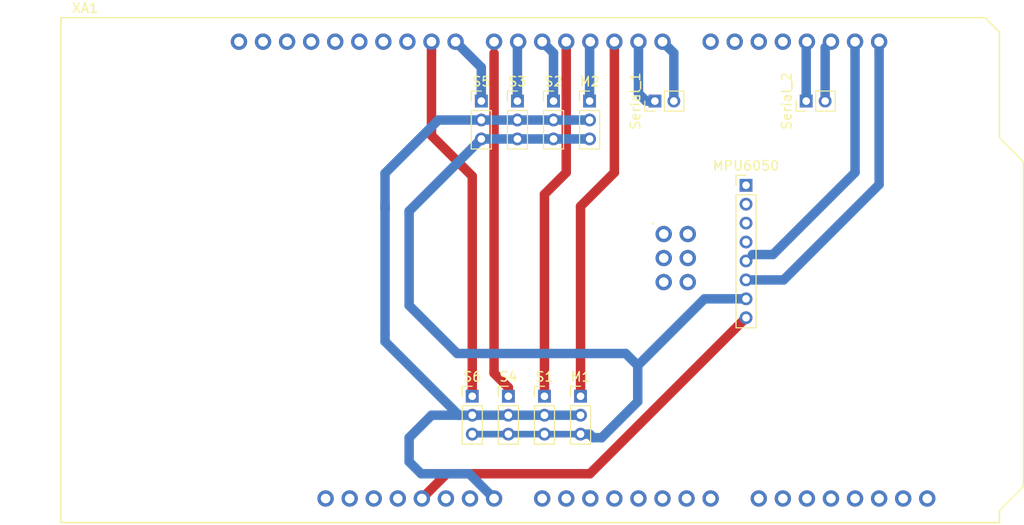
<source format=kicad_pcb>
(kicad_pcb (version 20171130) (host pcbnew "(5.0.0)")

  (general
    (thickness 1.6)
    (drawings 0)
    (tracks 79)
    (zones 0)
    (modules 12)
    (nets 60)
  )

  (page A4)
  (layers
    (0 F.Cu signal)
    (31 B.Cu signal)
    (32 B.Adhes user)
    (33 F.Adhes user)
    (34 B.Paste user)
    (35 F.Paste user)
    (36 B.SilkS user)
    (37 F.SilkS user)
    (38 B.Mask user)
    (39 F.Mask user)
    (40 Dwgs.User user)
    (41 Cmts.User user)
    (42 Eco1.User user)
    (43 Eco2.User user)
    (44 Edge.Cuts user)
    (45 Margin user)
    (46 B.CrtYd user)
    (47 F.CrtYd user)
    (48 B.Fab user)
    (49 F.Fab user)
  )

  (setup
    (last_trace_width 0.25)
    (trace_clearance 0.2)
    (zone_clearance 0.508)
    (zone_45_only no)
    (trace_min 0.2)
    (segment_width 0.2)
    (edge_width 0.15)
    (via_size 0.8)
    (via_drill 0.4)
    (via_min_size 0.4)
    (via_min_drill 0.3)
    (uvia_size 0.3)
    (uvia_drill 0.1)
    (uvias_allowed no)
    (uvia_min_size 0.2)
    (uvia_min_drill 0.1)
    (pcb_text_width 0.3)
    (pcb_text_size 1.5 1.5)
    (mod_edge_width 0.15)
    (mod_text_size 1 1)
    (mod_text_width 0.15)
    (pad_size 1.524 1.524)
    (pad_drill 0.762)
    (pad_to_mask_clearance 0.2)
    (aux_axis_origin 0 0)
    (visible_elements 7FFFFFFF)
    (pcbplotparams
      (layerselection 0x010fc_ffffffff)
      (usegerberextensions false)
      (usegerberattributes false)
      (usegerberadvancedattributes false)
      (creategerberjobfile false)
      (excludeedgelayer true)
      (linewidth 0.100000)
      (plotframeref false)
      (viasonmask false)
      (mode 1)
      (useauxorigin false)
      (hpglpennumber 1)
      (hpglpenspeed 20)
      (hpglpendiameter 15.000000)
      (psnegative false)
      (psa4output false)
      (plotreference true)
      (plotvalue true)
      (plotinvisibletext false)
      (padsonsilk false)
      (subtractmaskfromsilk false)
      (outputformat 1)
      (mirror false)
      (drillshape 1)
      (scaleselection 1)
      (outputdirectory ""))
  )

  (net 0 "")
  (net 1 "Net-(M1-Pad1)")
  (net 2 "Net-(M1-Pad2)")
  (net 3 GND)
  (net 4 "Net-(M2-Pad1)")
  (net 5 "Net-(MPU6050-Pad1)")
  (net 6 "Net-(MPU6050-Pad2)")
  (net 7 "Net-(MPU6050-Pad3)")
  (net 8 "Net-(MPU6050-Pad4)")
  (net 9 "Net-(MPU6050-Pad5)")
  (net 10 "Net-(MPU6050-Pad6)")
  (net 11 "Net-(MPU6050-Pad8)")
  (net 12 "Net-(S1-Pad1)")
  (net 13 "Net-(S2-Pad1)")
  (net 14 "Net-(S3-Pad1)")
  (net 15 "Net-(S4-Pad1)")
  (net 16 "Net-(S5-Pad1)")
  (net 17 "Net-(S6-Pad1)")
  (net 18 "Net-(Serial_1-Pad1)")
  (net 19 "Net-(Serial_1-Pad2)")
  (net 20 "Net-(Serial_2-Pad2)")
  (net 21 "Net-(Serial_2-Pad1)")
  (net 22 "Net-(XA1-PadRST2)")
  (net 23 "Net-(XA1-PadGND4)")
  (net 24 "Net-(XA1-PadMOSI)")
  (net 25 "Net-(XA1-PadSCK)")
  (net 26 "Net-(XA1-Pad5V2)")
  (net 27 "Net-(XA1-PadA0)")
  (net 28 "Net-(XA1-PadGND3)")
  (net 29 "Net-(XA1-PadGND2)")
  (net 30 "Net-(XA1-Pad3V3)")
  (net 31 "Net-(XA1-PadRST1)")
  (net 32 "Net-(XA1-PadIORF)")
  (net 33 "Net-(XA1-PadD17)")
  (net 34 "Net-(XA1-PadD16)")
  (net 35 "Net-(XA1-PadD15)")
  (net 36 "Net-(XA1-PadD14)")
  (net 37 "Net-(XA1-PadD10)")
  (net 38 "Net-(XA1-PadAREF)")
  (net 39 "Net-(XA1-PadD13)")
  (net 40 "Net-(XA1-PadD12)")
  (net 41 "Net-(XA1-PadD11)")
  (net 42 "Net-(XA1-PadA1)")
  (net 43 "Net-(XA1-PadA2)")
  (net 44 "Net-(XA1-PadA3)")
  (net 45 "Net-(XA1-PadA4)")
  (net 46 "Net-(XA1-PadA5)")
  (net 47 "Net-(XA1-PadA6)")
  (net 48 "Net-(XA1-PadA7)")
  (net 49 "Net-(XA1-PadA8)")
  (net 50 "Net-(XA1-PadA9)")
  (net 51 "Net-(XA1-PadA10)")
  (net 52 "Net-(XA1-PadA11)")
  (net 53 "Net-(XA1-PadA12)")
  (net 54 "Net-(XA1-PadA13)")
  (net 55 "Net-(XA1-PadA14)")
  (net 56 "Net-(XA1-PadA15)")
  (net 57 "Net-(XA1-PadMISO)")
  (net 58 "Net-(XA1-PadSCL)")
  (net 59 "Net-(XA1-PadSDA)")

  (net_class Default "This is the default net class."
    (clearance 0.2)
    (trace_width 0.25)
    (via_dia 0.8)
    (via_drill 0.4)
    (uvia_dia 0.3)
    (uvia_drill 0.1)
    (add_net GND)
    (add_net "Net-(M1-Pad1)")
    (add_net "Net-(M1-Pad2)")
    (add_net "Net-(M2-Pad1)")
    (add_net "Net-(MPU6050-Pad1)")
    (add_net "Net-(MPU6050-Pad2)")
    (add_net "Net-(MPU6050-Pad3)")
    (add_net "Net-(MPU6050-Pad4)")
    (add_net "Net-(MPU6050-Pad5)")
    (add_net "Net-(MPU6050-Pad6)")
    (add_net "Net-(MPU6050-Pad8)")
    (add_net "Net-(S1-Pad1)")
    (add_net "Net-(S2-Pad1)")
    (add_net "Net-(S3-Pad1)")
    (add_net "Net-(S4-Pad1)")
    (add_net "Net-(S5-Pad1)")
    (add_net "Net-(S6-Pad1)")
    (add_net "Net-(Serial_1-Pad1)")
    (add_net "Net-(Serial_1-Pad2)")
    (add_net "Net-(Serial_2-Pad1)")
    (add_net "Net-(Serial_2-Pad2)")
    (add_net "Net-(XA1-Pad3V3)")
    (add_net "Net-(XA1-Pad5V2)")
    (add_net "Net-(XA1-PadA0)")
    (add_net "Net-(XA1-PadA1)")
    (add_net "Net-(XA1-PadA10)")
    (add_net "Net-(XA1-PadA11)")
    (add_net "Net-(XA1-PadA12)")
    (add_net "Net-(XA1-PadA13)")
    (add_net "Net-(XA1-PadA14)")
    (add_net "Net-(XA1-PadA15)")
    (add_net "Net-(XA1-PadA2)")
    (add_net "Net-(XA1-PadA3)")
    (add_net "Net-(XA1-PadA4)")
    (add_net "Net-(XA1-PadA5)")
    (add_net "Net-(XA1-PadA6)")
    (add_net "Net-(XA1-PadA7)")
    (add_net "Net-(XA1-PadA8)")
    (add_net "Net-(XA1-PadA9)")
    (add_net "Net-(XA1-PadAREF)")
    (add_net "Net-(XA1-PadD10)")
    (add_net "Net-(XA1-PadD11)")
    (add_net "Net-(XA1-PadD12)")
    (add_net "Net-(XA1-PadD13)")
    (add_net "Net-(XA1-PadD14)")
    (add_net "Net-(XA1-PadD15)")
    (add_net "Net-(XA1-PadD16)")
    (add_net "Net-(XA1-PadD17)")
    (add_net "Net-(XA1-PadGND2)")
    (add_net "Net-(XA1-PadGND3)")
    (add_net "Net-(XA1-PadGND4)")
    (add_net "Net-(XA1-PadIORF)")
    (add_net "Net-(XA1-PadMISO)")
    (add_net "Net-(XA1-PadMOSI)")
    (add_net "Net-(XA1-PadRST1)")
    (add_net "Net-(XA1-PadRST2)")
    (add_net "Net-(XA1-PadSCK)")
    (add_net "Net-(XA1-PadSCL)")
    (add_net "Net-(XA1-PadSDA)")
  )

  (module Connector_PinHeader_2.00mm:PinHeader_1x08_P2.00mm_Vertical (layer F.Cu) (tedit 59FED667) (tstamp 5BC23A79)
    (at 208.28 44.45)
    (descr "Through hole straight pin header, 1x08, 2.00mm pitch, single row")
    (tags "Through hole pin header THT 1x08 2.00mm single row")
    (path /5B9FF5A8)
    (fp_text reference MPU6050 (at 0 -2.06) (layer F.SilkS)
      (effects (font (size 1 1) (thickness 0.15)))
    )
    (fp_text value Conn_01x08 (at 0 16.06) (layer F.Fab)
      (effects (font (size 1 1) (thickness 0.15)))
    )
    (fp_line (start -0.5 -1) (end 1 -1) (layer F.Fab) (width 0.1))
    (fp_line (start 1 -1) (end 1 15) (layer F.Fab) (width 0.1))
    (fp_line (start 1 15) (end -1 15) (layer F.Fab) (width 0.1))
    (fp_line (start -1 15) (end -1 -0.5) (layer F.Fab) (width 0.1))
    (fp_line (start -1 -0.5) (end -0.5 -1) (layer F.Fab) (width 0.1))
    (fp_line (start -1.06 15.06) (end 1.06 15.06) (layer F.SilkS) (width 0.12))
    (fp_line (start -1.06 1) (end -1.06 15.06) (layer F.SilkS) (width 0.12))
    (fp_line (start 1.06 1) (end 1.06 15.06) (layer F.SilkS) (width 0.12))
    (fp_line (start -1.06 1) (end 1.06 1) (layer F.SilkS) (width 0.12))
    (fp_line (start -1.06 0) (end -1.06 -1.06) (layer F.SilkS) (width 0.12))
    (fp_line (start -1.06 -1.06) (end 0 -1.06) (layer F.SilkS) (width 0.12))
    (fp_line (start -1.5 -1.5) (end -1.5 15.5) (layer F.CrtYd) (width 0.05))
    (fp_line (start -1.5 15.5) (end 1.5 15.5) (layer F.CrtYd) (width 0.05))
    (fp_line (start 1.5 15.5) (end 1.5 -1.5) (layer F.CrtYd) (width 0.05))
    (fp_line (start 1.5 -1.5) (end -1.5 -1.5) (layer F.CrtYd) (width 0.05))
    (fp_text user %R (at 0 7 90) (layer F.Fab)
      (effects (font (size 1 1) (thickness 0.15)))
    )
    (pad 1 thru_hole rect (at 0 0) (size 1.35 1.35) (drill 0.8) (layers *.Cu *.Mask)
      (net 5 "Net-(MPU6050-Pad1)"))
    (pad 2 thru_hole oval (at 0 2) (size 1.35 1.35) (drill 0.8) (layers *.Cu *.Mask)
      (net 6 "Net-(MPU6050-Pad2)"))
    (pad 3 thru_hole oval (at 0 4) (size 1.35 1.35) (drill 0.8) (layers *.Cu *.Mask)
      (net 7 "Net-(MPU6050-Pad3)"))
    (pad 4 thru_hole oval (at 0 6) (size 1.35 1.35) (drill 0.8) (layers *.Cu *.Mask)
      (net 8 "Net-(MPU6050-Pad4)"))
    (pad 5 thru_hole oval (at 0 8) (size 1.35 1.35) (drill 0.8) (layers *.Cu *.Mask)
      (net 9 "Net-(MPU6050-Pad5)"))
    (pad 6 thru_hole oval (at 0 10) (size 1.35 1.35) (drill 0.8) (layers *.Cu *.Mask)
      (net 10 "Net-(MPU6050-Pad6)"))
    (pad 7 thru_hole oval (at 0 12) (size 1.35 1.35) (drill 0.8) (layers *.Cu *.Mask)
      (net 3 GND))
    (pad 8 thru_hole oval (at 0 14) (size 1.35 1.35) (drill 0.8) (layers *.Cu *.Mask)
      (net 11 "Net-(MPU6050-Pad8)"))
    (model ${KISYS3DMOD}/Connector_PinHeader_2.00mm.3dshapes/PinHeader_1x08_P2.00mm_Vertical.wrl
      (at (xyz 0 0 0))
      (scale (xyz 1 1 1))
      (rotate (xyz 0 0 0))
    )
  )

  (module Arduino:Arduino_Mega2560_Shield (layer F.Cu) (tedit 5B9EC7CE) (tstamp 5BC23B86)
    (at 135.965001 80.085001)
    (descr https://store.arduino.cc/arduino-mega-2560-rev3)
    (path /5B9EB8B8)
    (fp_text reference XA1 (at 2.54 -54.356) (layer F.SilkS)
      (effects (font (size 1 1) (thickness 0.15)))
    )
    (fp_text value Arduino_Mega2560_Shield (at 15.494 -54.356) (layer F.Fab)
      (effects (font (size 1 1) (thickness 0.15)))
    )
    (fp_line (start 9.525 -32.385) (end -6.35 -32.385) (layer B.CrtYd) (width 0.15))
    (fp_line (start 9.525 -43.815) (end -6.35 -43.815) (layer B.CrtYd) (width 0.15))
    (fp_line (start 9.525 -43.815) (end 9.525 -32.385) (layer B.CrtYd) (width 0.15))
    (fp_line (start -6.35 -43.815) (end -6.35 -32.385) (layer B.CrtYd) (width 0.15))
    (fp_text user . (at 62.484 -32.004) (layer F.SilkS)
      (effects (font (size 1 1) (thickness 0.15)))
    )
    (fp_line (start 11.43 -12.065) (end 11.43 -3.175) (layer B.CrtYd) (width 0.15))
    (fp_line (start -1.905 -3.175) (end 11.43 -3.175) (layer B.CrtYd) (width 0.15))
    (fp_line (start -1.905 -12.065) (end -1.905 -3.175) (layer B.CrtYd) (width 0.15))
    (fp_line (start -1.905 -12.065) (end 11.43 -12.065) (layer B.CrtYd) (width 0.15))
    (fp_line (start 0 -53.34) (end 0 0) (layer F.SilkS) (width 0.15))
    (fp_line (start 99.06 -40.64) (end 99.06 -51.816) (layer F.SilkS) (width 0.15))
    (fp_line (start 101.6 -38.1) (end 99.06 -40.64) (layer F.SilkS) (width 0.15))
    (fp_line (start 101.6 -3.81) (end 101.6 -38.1) (layer F.SilkS) (width 0.15))
    (fp_line (start 99.06 -1.27) (end 101.6 -3.81) (layer F.SilkS) (width 0.15))
    (fp_line (start 99.06 0) (end 99.06 -1.27) (layer F.SilkS) (width 0.15))
    (fp_line (start 97.536 -53.34) (end 99.06 -51.816) (layer F.SilkS) (width 0.15))
    (fp_line (start 0 0) (end 99.06 0) (layer F.SilkS) (width 0.15))
    (fp_line (start 0 -53.34) (end 97.536 -53.34) (layer F.SilkS) (width 0.15))
    (pad RST2 thru_hole oval (at 63.627 -25.4) (size 1.7272 1.7272) (drill 1.016) (layers *.Cu *.Mask)
      (net 22 "Net-(XA1-PadRST2)"))
    (pad GND4 thru_hole oval (at 66.167 -25.4) (size 1.7272 1.7272) (drill 1.016) (layers *.Cu *.Mask)
      (net 23 "Net-(XA1-PadGND4)"))
    (pad MOSI thru_hole oval (at 66.167 -27.94) (size 1.7272 1.7272) (drill 1.016) (layers *.Cu *.Mask)
      (net 24 "Net-(XA1-PadMOSI)"))
    (pad SCK thru_hole oval (at 63.627 -27.94) (size 1.7272 1.7272) (drill 1.016) (layers *.Cu *.Mask)
      (net 25 "Net-(XA1-PadSCK)"))
    (pad 5V2 thru_hole oval (at 66.167 -30.48) (size 1.7272 1.7272) (drill 1.016) (layers *.Cu *.Mask)
      (net 26 "Net-(XA1-Pad5V2)"))
    (pad A0 thru_hole oval (at 50.8 -2.54) (size 1.7272 1.7272) (drill 1.016) (layers *.Cu *.Mask)
      (net 27 "Net-(XA1-PadA0)"))
    (pad VIN thru_hole oval (at 45.72 -2.54) (size 1.7272 1.7272) (drill 1.016) (layers *.Cu *.Mask)
      (net 2 "Net-(M1-Pad2)"))
    (pad GND3 thru_hole oval (at 43.18 -2.54) (size 1.7272 1.7272) (drill 1.016) (layers *.Cu *.Mask)
      (net 28 "Net-(XA1-PadGND3)"))
    (pad GND2 thru_hole oval (at 40.64 -2.54) (size 1.7272 1.7272) (drill 1.016) (layers *.Cu *.Mask)
      (net 29 "Net-(XA1-PadGND2)"))
    (pad 5V1 thru_hole oval (at 38.1 -2.54) (size 1.7272 1.7272) (drill 1.016) (layers *.Cu *.Mask)
      (net 11 "Net-(MPU6050-Pad8)"))
    (pad 3V3 thru_hole oval (at 35.56 -2.54) (size 1.7272 1.7272) (drill 1.016) (layers *.Cu *.Mask)
      (net 30 "Net-(XA1-Pad3V3)"))
    (pad RST1 thru_hole oval (at 33.02 -2.54) (size 1.7272 1.7272) (drill 1.016) (layers *.Cu *.Mask)
      (net 31 "Net-(XA1-PadRST1)"))
    (pad IORF thru_hole oval (at 30.48 -2.54) (size 1.7272 1.7272) (drill 1.016) (layers *.Cu *.Mask)
      (net 32 "Net-(XA1-PadIORF)"))
    (pad D21 thru_hole oval (at 86.36 -50.8) (size 1.7272 1.7272) (drill 1.016) (layers *.Cu *.Mask)
      (net 10 "Net-(MPU6050-Pad6)"))
    (pad D20 thru_hole oval (at 83.82 -50.8) (size 1.7272 1.7272) (drill 1.016) (layers *.Cu *.Mask)
      (net 9 "Net-(MPU6050-Pad5)"))
    (pad D19 thru_hole oval (at 81.28 -50.8) (size 1.7272 1.7272) (drill 1.016) (layers *.Cu *.Mask)
      (net 20 "Net-(Serial_2-Pad2)"))
    (pad D18 thru_hole oval (at 78.74 -50.8) (size 1.7272 1.7272) (drill 1.016) (layers *.Cu *.Mask)
      (net 21 "Net-(Serial_2-Pad1)"))
    (pad D17 thru_hole oval (at 76.2 -50.8) (size 1.7272 1.7272) (drill 1.016) (layers *.Cu *.Mask)
      (net 33 "Net-(XA1-PadD17)"))
    (pad D16 thru_hole oval (at 73.66 -50.8) (size 1.7272 1.7272) (drill 1.016) (layers *.Cu *.Mask)
      (net 34 "Net-(XA1-PadD16)"))
    (pad D15 thru_hole oval (at 71.12 -50.8) (size 1.7272 1.7272) (drill 1.016) (layers *.Cu *.Mask)
      (net 35 "Net-(XA1-PadD15)"))
    (pad D14 thru_hole oval (at 68.58 -50.8) (size 1.7272 1.7272) (drill 1.016) (layers *.Cu *.Mask)
      (net 36 "Net-(XA1-PadD14)"))
    (pad D0 thru_hole oval (at 63.5 -50.8) (size 1.7272 1.7272) (drill 1.016) (layers *.Cu *.Mask)
      (net 19 "Net-(Serial_1-Pad2)"))
    (pad D1 thru_hole oval (at 60.96 -50.8) (size 1.7272 1.7272) (drill 1.016) (layers *.Cu *.Mask)
      (net 18 "Net-(Serial_1-Pad1)"))
    (pad D2 thru_hole oval (at 58.42 -50.8) (size 1.7272 1.7272) (drill 1.016) (layers *.Cu *.Mask)
      (net 1 "Net-(M1-Pad1)"))
    (pad D3 thru_hole oval (at 55.88 -50.8) (size 1.7272 1.7272) (drill 1.016) (layers *.Cu *.Mask)
      (net 4 "Net-(M2-Pad1)"))
    (pad D4 thru_hole oval (at 53.34 -50.8) (size 1.7272 1.7272) (drill 1.016) (layers *.Cu *.Mask)
      (net 12 "Net-(S1-Pad1)"))
    (pad D5 thru_hole oval (at 50.8 -50.8) (size 1.7272 1.7272) (drill 1.016) (layers *.Cu *.Mask)
      (net 13 "Net-(S2-Pad1)"))
    (pad D6 thru_hole oval (at 48.26 -50.8) (size 1.7272 1.7272) (drill 1.016) (layers *.Cu *.Mask)
      (net 14 "Net-(S3-Pad1)"))
    (pad D7 thru_hole oval (at 45.72 -50.8) (size 1.7272 1.7272) (drill 1.016) (layers *.Cu *.Mask)
      (net 15 "Net-(S4-Pad1)"))
    (pad GND1 thru_hole oval (at 26.416 -50.8) (size 1.7272 1.7272) (drill 1.016) (layers *.Cu *.Mask)
      (net 3 GND))
    (pad D8 thru_hole oval (at 41.656 -50.8) (size 1.7272 1.7272) (drill 1.016) (layers *.Cu *.Mask)
      (net 16 "Net-(S5-Pad1)"))
    (pad D9 thru_hole oval (at 39.116 -50.8) (size 1.7272 1.7272) (drill 1.016) (layers *.Cu *.Mask)
      (net 17 "Net-(S6-Pad1)"))
    (pad D10 thru_hole oval (at 36.576 -50.8) (size 1.7272 1.7272) (drill 1.016) (layers *.Cu *.Mask)
      (net 37 "Net-(XA1-PadD10)"))
    (pad "" np_thru_hole circle (at 66.04 -7.62) (size 3.2 3.2) (drill 3.2) (layers *.Cu *.Mask))
    (pad "" np_thru_hole circle (at 66.04 -35.56) (size 3.2 3.2) (drill 3.2) (layers *.Cu *.Mask))
    (pad "" np_thru_hole circle (at 90.17 -50.8) (size 3.2 3.2) (drill 3.2) (layers *.Cu *.Mask))
    (pad "" np_thru_hole circle (at 15.24 -50.8) (size 3.2 3.2) (drill 3.2) (layers *.Cu *.Mask))
    (pad "" np_thru_hole circle (at 96.52 -2.54) (size 3.2 3.2) (drill 3.2) (layers *.Cu *.Mask))
    (pad "" np_thru_hole circle (at 13.97 -2.54) (size 3.2 3.2) (drill 3.2) (layers *.Cu *.Mask))
    (pad SCL thru_hole oval (at 18.796 -50.8) (size 1.7272 1.7272) (drill 1.016) (layers *.Cu *.Mask)
      (net 58 "Net-(XA1-PadSCL)"))
    (pad SDA thru_hole oval (at 21.336 -50.8) (size 1.7272 1.7272) (drill 1.016) (layers *.Cu *.Mask)
      (net 59 "Net-(XA1-PadSDA)"))
    (pad AREF thru_hole oval (at 23.876 -50.8) (size 1.7272 1.7272) (drill 1.016) (layers *.Cu *.Mask)
      (net 38 "Net-(XA1-PadAREF)"))
    (pad D13 thru_hole oval (at 28.956 -50.8) (size 1.7272 1.7272) (drill 1.016) (layers *.Cu *.Mask)
      (net 39 "Net-(XA1-PadD13)"))
    (pad D12 thru_hole oval (at 31.496 -50.8) (size 1.7272 1.7272) (drill 1.016) (layers *.Cu *.Mask)
      (net 40 "Net-(XA1-PadD12)"))
    (pad D11 thru_hole oval (at 34.036 -50.8) (size 1.7272 1.7272) (drill 1.016) (layers *.Cu *.Mask)
      (net 41 "Net-(XA1-PadD11)"))
    (pad "" thru_hole oval (at 27.94 -2.54) (size 1.7272 1.7272) (drill 1.016) (layers *.Cu *.Mask))
    (pad A1 thru_hole oval (at 53.34 -2.54) (size 1.7272 1.7272) (drill 1.016) (layers *.Cu *.Mask)
      (net 42 "Net-(XA1-PadA1)"))
    (pad A2 thru_hole oval (at 55.88 -2.54) (size 1.7272 1.7272) (drill 1.016) (layers *.Cu *.Mask)
      (net 43 "Net-(XA1-PadA2)"))
    (pad A3 thru_hole oval (at 58.42 -2.54) (size 1.7272 1.7272) (drill 1.016) (layers *.Cu *.Mask)
      (net 44 "Net-(XA1-PadA3)"))
    (pad A4 thru_hole oval (at 60.96 -2.54) (size 1.7272 1.7272) (drill 1.016) (layers *.Cu *.Mask)
      (net 45 "Net-(XA1-PadA4)"))
    (pad A5 thru_hole oval (at 63.5 -2.54) (size 1.7272 1.7272) (drill 1.016) (layers *.Cu *.Mask)
      (net 46 "Net-(XA1-PadA5)"))
    (pad A6 thru_hole oval (at 66.04 -2.54) (size 1.7272 1.7272) (drill 1.016) (layers *.Cu *.Mask)
      (net 47 "Net-(XA1-PadA6)"))
    (pad A7 thru_hole oval (at 68.58 -2.54) (size 1.7272 1.7272) (drill 1.016) (layers *.Cu *.Mask)
      (net 48 "Net-(XA1-PadA7)"))
    (pad A8 thru_hole oval (at 73.66 -2.54) (size 1.7272 1.7272) (drill 1.016) (layers *.Cu *.Mask)
      (net 49 "Net-(XA1-PadA8)"))
    (pad A9 thru_hole oval (at 76.2 -2.54) (size 1.7272 1.7272) (drill 1.016) (layers *.Cu *.Mask)
      (net 50 "Net-(XA1-PadA9)"))
    (pad A10 thru_hole oval (at 78.74 -2.54) (size 1.7272 1.7272) (drill 1.016) (layers *.Cu *.Mask)
      (net 51 "Net-(XA1-PadA10)"))
    (pad A11 thru_hole oval (at 81.28 -2.54) (size 1.7272 1.7272) (drill 1.016) (layers *.Cu *.Mask)
      (net 52 "Net-(XA1-PadA11)"))
    (pad A12 thru_hole oval (at 83.82 -2.54) (size 1.7272 1.7272) (drill 1.016) (layers *.Cu *.Mask)
      (net 53 "Net-(XA1-PadA12)"))
    (pad A13 thru_hole oval (at 86.36 -2.54) (size 1.7272 1.7272) (drill 1.016) (layers *.Cu *.Mask)
      (net 54 "Net-(XA1-PadA13)"))
    (pad A14 thru_hole oval (at 88.9 -2.54) (size 1.7272 1.7272) (drill 1.016) (layers *.Cu *.Mask)
      (net 55 "Net-(XA1-PadA14)"))
    (pad A15 thru_hole oval (at 91.44 -2.54) (size 1.7272 1.7272) (drill 1.016) (layers *.Cu *.Mask)
      (net 56 "Net-(XA1-PadA15)"))
    (pad MISO thru_hole oval (at 63.627 -30.48) (size 1.7272 1.7272) (drill 1.016) (layers *.Cu *.Mask)
      (net 57 "Net-(XA1-PadMISO)"))
  )

  (module Connector_PinHeader_2.00mm:PinHeader_1x03_P2.00mm_Vertical (layer F.Cu) (tedit 59FED667) (tstamp 5BC23AC5)
    (at 190.814442 66.74438)
    (descr "Through hole straight pin header, 1x03, 2.00mm pitch, single row")
    (tags "Through hole pin header THT 1x03 2.00mm single row")
    (path /5B9EE836)
    (fp_text reference M1 (at 0 -2.06) (layer F.SilkS)
      (effects (font (size 1 1) (thickness 0.15)))
    )
    (fp_text value Conn_01x03 (at 0 6.06) (layer F.Fab)
      (effects (font (size 1 1) (thickness 0.15)))
    )
    (fp_line (start -0.5 -1) (end 1 -1) (layer F.Fab) (width 0.1))
    (fp_line (start 1 -1) (end 1 5) (layer F.Fab) (width 0.1))
    (fp_line (start 1 5) (end -1 5) (layer F.Fab) (width 0.1))
    (fp_line (start -1 5) (end -1 -0.5) (layer F.Fab) (width 0.1))
    (fp_line (start -1 -0.5) (end -0.5 -1) (layer F.Fab) (width 0.1))
    (fp_line (start -1.06 5.06) (end 1.06 5.06) (layer F.SilkS) (width 0.12))
    (fp_line (start -1.06 1) (end -1.06 5.06) (layer F.SilkS) (width 0.12))
    (fp_line (start 1.06 1) (end 1.06 5.06) (layer F.SilkS) (width 0.12))
    (fp_line (start -1.06 1) (end 1.06 1) (layer F.SilkS) (width 0.12))
    (fp_line (start -1.06 0) (end -1.06 -1.06) (layer F.SilkS) (width 0.12))
    (fp_line (start -1.06 -1.06) (end 0 -1.06) (layer F.SilkS) (width 0.12))
    (fp_line (start -1.5 -1.5) (end -1.5 5.5) (layer F.CrtYd) (width 0.05))
    (fp_line (start -1.5 5.5) (end 1.5 5.5) (layer F.CrtYd) (width 0.05))
    (fp_line (start 1.5 5.5) (end 1.5 -1.5) (layer F.CrtYd) (width 0.05))
    (fp_line (start 1.5 -1.5) (end -1.5 -1.5) (layer F.CrtYd) (width 0.05))
    (fp_text user %R (at 0 2 90) (layer F.Fab)
      (effects (font (size 1 1) (thickness 0.15)))
    )
    (pad 1 thru_hole rect (at 0 0) (size 1.35 1.35) (drill 0.8) (layers *.Cu *.Mask)
      (net 1 "Net-(M1-Pad1)"))
    (pad 2 thru_hole oval (at 0 2) (size 1.35 1.35) (drill 0.8) (layers *.Cu *.Mask)
      (net 2 "Net-(M1-Pad2)"))
    (pad 3 thru_hole oval (at 0 4) (size 1.35 1.35) (drill 0.8) (layers *.Cu *.Mask)
      (net 3 GND))
    (model ${KISYS3DMOD}/Connector_PinHeader_2.00mm.3dshapes/PinHeader_1x03_P2.00mm_Vertical.wrl
      (at (xyz 0 0 0))
      (scale (xyz 1 1 1))
      (rotate (xyz 0 0 0))
    )
  )

  (module Connector_PinHeader_2.00mm:PinHeader_1x03_P2.00mm_Vertical (layer F.Cu) (tedit 59FED667) (tstamp 5BC2396F)
    (at 191.77 35.56)
    (descr "Through hole straight pin header, 1x03, 2.00mm pitch, single row")
    (tags "Through hole pin header THT 1x03 2.00mm single row")
    (path /5B9EE938)
    (fp_text reference M2 (at 0 -2.06) (layer F.SilkS)
      (effects (font (size 1 1) (thickness 0.15)))
    )
    (fp_text value Conn_01x03 (at 0 6.06) (layer F.Fab)
      (effects (font (size 1 1) (thickness 0.15)))
    )
    (fp_text user %R (at 0 2 90) (layer F.Fab)
      (effects (font (size 1 1) (thickness 0.15)))
    )
    (fp_line (start 1.5 -1.5) (end -1.5 -1.5) (layer F.CrtYd) (width 0.05))
    (fp_line (start 1.5 5.5) (end 1.5 -1.5) (layer F.CrtYd) (width 0.05))
    (fp_line (start -1.5 5.5) (end 1.5 5.5) (layer F.CrtYd) (width 0.05))
    (fp_line (start -1.5 -1.5) (end -1.5 5.5) (layer F.CrtYd) (width 0.05))
    (fp_line (start -1.06 -1.06) (end 0 -1.06) (layer F.SilkS) (width 0.12))
    (fp_line (start -1.06 0) (end -1.06 -1.06) (layer F.SilkS) (width 0.12))
    (fp_line (start -1.06 1) (end 1.06 1) (layer F.SilkS) (width 0.12))
    (fp_line (start 1.06 1) (end 1.06 5.06) (layer F.SilkS) (width 0.12))
    (fp_line (start -1.06 1) (end -1.06 5.06) (layer F.SilkS) (width 0.12))
    (fp_line (start -1.06 5.06) (end 1.06 5.06) (layer F.SilkS) (width 0.12))
    (fp_line (start -1 -0.5) (end -0.5 -1) (layer F.Fab) (width 0.1))
    (fp_line (start -1 5) (end -1 -0.5) (layer F.Fab) (width 0.1))
    (fp_line (start 1 5) (end -1 5) (layer F.Fab) (width 0.1))
    (fp_line (start 1 -1) (end 1 5) (layer F.Fab) (width 0.1))
    (fp_line (start -0.5 -1) (end 1 -1) (layer F.Fab) (width 0.1))
    (pad 3 thru_hole oval (at 0 4) (size 1.35 1.35) (drill 0.8) (layers *.Cu *.Mask)
      (net 3 GND))
    (pad 2 thru_hole oval (at 0 2) (size 1.35 1.35) (drill 0.8) (layers *.Cu *.Mask)
      (net 2 "Net-(M1-Pad2)"))
    (pad 1 thru_hole rect (at 0 0) (size 1.35 1.35) (drill 0.8) (layers *.Cu *.Mask)
      (net 4 "Net-(M2-Pad1)"))
    (model ${KISYS3DMOD}/Connector_PinHeader_2.00mm.3dshapes/PinHeader_1x03_P2.00mm_Vertical.wrl
      (at (xyz 0 0 0))
      (scale (xyz 1 1 1))
      (rotate (xyz 0 0 0))
    )
  )

  (module Connector_PinHeader_2.00mm:PinHeader_1x03_P2.00mm_Vertical (layer F.Cu) (tedit 59FED667) (tstamp 5BC238AC)
    (at 187.004442 66.74438)
    (descr "Through hole straight pin header, 1x03, 2.00mm pitch, single row")
    (tags "Through hole pin header THT 1x03 2.00mm single row")
    (path /5B9EE995)
    (fp_text reference S1 (at 0 -2.06) (layer F.SilkS)
      (effects (font (size 1 1) (thickness 0.15)))
    )
    (fp_text value Conn_01x03 (at 0 6.06) (layer F.Fab)
      (effects (font (size 1 1) (thickness 0.15)))
    )
    (fp_line (start -0.5 -1) (end 1 -1) (layer F.Fab) (width 0.1))
    (fp_line (start 1 -1) (end 1 5) (layer F.Fab) (width 0.1))
    (fp_line (start 1 5) (end -1 5) (layer F.Fab) (width 0.1))
    (fp_line (start -1 5) (end -1 -0.5) (layer F.Fab) (width 0.1))
    (fp_line (start -1 -0.5) (end -0.5 -1) (layer F.Fab) (width 0.1))
    (fp_line (start -1.06 5.06) (end 1.06 5.06) (layer F.SilkS) (width 0.12))
    (fp_line (start -1.06 1) (end -1.06 5.06) (layer F.SilkS) (width 0.12))
    (fp_line (start 1.06 1) (end 1.06 5.06) (layer F.SilkS) (width 0.12))
    (fp_line (start -1.06 1) (end 1.06 1) (layer F.SilkS) (width 0.12))
    (fp_line (start -1.06 0) (end -1.06 -1.06) (layer F.SilkS) (width 0.12))
    (fp_line (start -1.06 -1.06) (end 0 -1.06) (layer F.SilkS) (width 0.12))
    (fp_line (start -1.5 -1.5) (end -1.5 5.5) (layer F.CrtYd) (width 0.05))
    (fp_line (start -1.5 5.5) (end 1.5 5.5) (layer F.CrtYd) (width 0.05))
    (fp_line (start 1.5 5.5) (end 1.5 -1.5) (layer F.CrtYd) (width 0.05))
    (fp_line (start 1.5 -1.5) (end -1.5 -1.5) (layer F.CrtYd) (width 0.05))
    (fp_text user %R (at 0 2 90) (layer F.Fab)
      (effects (font (size 1 1) (thickness 0.15)))
    )
    (pad 1 thru_hole rect (at 0 0) (size 1.35 1.35) (drill 0.8) (layers *.Cu *.Mask)
      (net 12 "Net-(S1-Pad1)"))
    (pad 2 thru_hole oval (at 0 2) (size 1.35 1.35) (drill 0.8) (layers *.Cu *.Mask)
      (net 2 "Net-(M1-Pad2)"))
    (pad 3 thru_hole oval (at 0 4) (size 1.35 1.35) (drill 0.8) (layers *.Cu *.Mask)
      (net 3 GND))
    (model ${KISYS3DMOD}/Connector_PinHeader_2.00mm.3dshapes/PinHeader_1x03_P2.00mm_Vertical.wrl
      (at (xyz 0 0 0))
      (scale (xyz 1 1 1))
      (rotate (xyz 0 0 0))
    )
  )

  (module Connector_PinHeader_2.00mm:PinHeader_1x03_P2.00mm_Vertical (layer F.Cu) (tedit 59FED667) (tstamp 5BC2392D)
    (at 187.96 35.56)
    (descr "Through hole straight pin header, 1x03, 2.00mm pitch, single row")
    (tags "Through hole pin header THT 1x03 2.00mm single row")
    (path /5B9EE9E9)
    (fp_text reference S2 (at 0 -2.06) (layer F.SilkS)
      (effects (font (size 1 1) (thickness 0.15)))
    )
    (fp_text value Conn_01x03 (at 0 6.06) (layer F.Fab)
      (effects (font (size 1 1) (thickness 0.15)))
    )
    (fp_text user %R (at 0 2 90) (layer F.Fab)
      (effects (font (size 1 1) (thickness 0.15)))
    )
    (fp_line (start 1.5 -1.5) (end -1.5 -1.5) (layer F.CrtYd) (width 0.05))
    (fp_line (start 1.5 5.5) (end 1.5 -1.5) (layer F.CrtYd) (width 0.05))
    (fp_line (start -1.5 5.5) (end 1.5 5.5) (layer F.CrtYd) (width 0.05))
    (fp_line (start -1.5 -1.5) (end -1.5 5.5) (layer F.CrtYd) (width 0.05))
    (fp_line (start -1.06 -1.06) (end 0 -1.06) (layer F.SilkS) (width 0.12))
    (fp_line (start -1.06 0) (end -1.06 -1.06) (layer F.SilkS) (width 0.12))
    (fp_line (start -1.06 1) (end 1.06 1) (layer F.SilkS) (width 0.12))
    (fp_line (start 1.06 1) (end 1.06 5.06) (layer F.SilkS) (width 0.12))
    (fp_line (start -1.06 1) (end -1.06 5.06) (layer F.SilkS) (width 0.12))
    (fp_line (start -1.06 5.06) (end 1.06 5.06) (layer F.SilkS) (width 0.12))
    (fp_line (start -1 -0.5) (end -0.5 -1) (layer F.Fab) (width 0.1))
    (fp_line (start -1 5) (end -1 -0.5) (layer F.Fab) (width 0.1))
    (fp_line (start 1 5) (end -1 5) (layer F.Fab) (width 0.1))
    (fp_line (start 1 -1) (end 1 5) (layer F.Fab) (width 0.1))
    (fp_line (start -0.5 -1) (end 1 -1) (layer F.Fab) (width 0.1))
    (pad 3 thru_hole oval (at 0 4) (size 1.35 1.35) (drill 0.8) (layers *.Cu *.Mask)
      (net 3 GND))
    (pad 2 thru_hole oval (at 0 2) (size 1.35 1.35) (drill 0.8) (layers *.Cu *.Mask)
      (net 2 "Net-(M1-Pad2)"))
    (pad 1 thru_hole rect (at 0 0) (size 1.35 1.35) (drill 0.8) (layers *.Cu *.Mask)
      (net 13 "Net-(S2-Pad1)"))
    (model ${KISYS3DMOD}/Connector_PinHeader_2.00mm.3dshapes/PinHeader_1x03_P2.00mm_Vertical.wrl
      (at (xyz 0 0 0))
      (scale (xyz 1 1 1))
      (rotate (xyz 0 0 0))
    )
  )

  (module Connector_PinHeader_2.00mm:PinHeader_1x03_P2.00mm_Vertical (layer F.Cu) (tedit 59FED667) (tstamp 5BC23B07)
    (at 184.15 35.56)
    (descr "Through hole straight pin header, 1x03, 2.00mm pitch, single row")
    (tags "Through hole pin header THT 1x03 2.00mm single row")
    (path /5B9EEA51)
    (fp_text reference S3 (at 0 -2.06) (layer F.SilkS)
      (effects (font (size 1 1) (thickness 0.15)))
    )
    (fp_text value Conn_01x03 (at 0 6.06) (layer F.Fab)
      (effects (font (size 1 1) (thickness 0.15)))
    )
    (fp_line (start -0.5 -1) (end 1 -1) (layer F.Fab) (width 0.1))
    (fp_line (start 1 -1) (end 1 5) (layer F.Fab) (width 0.1))
    (fp_line (start 1 5) (end -1 5) (layer F.Fab) (width 0.1))
    (fp_line (start -1 5) (end -1 -0.5) (layer F.Fab) (width 0.1))
    (fp_line (start -1 -0.5) (end -0.5 -1) (layer F.Fab) (width 0.1))
    (fp_line (start -1.06 5.06) (end 1.06 5.06) (layer F.SilkS) (width 0.12))
    (fp_line (start -1.06 1) (end -1.06 5.06) (layer F.SilkS) (width 0.12))
    (fp_line (start 1.06 1) (end 1.06 5.06) (layer F.SilkS) (width 0.12))
    (fp_line (start -1.06 1) (end 1.06 1) (layer F.SilkS) (width 0.12))
    (fp_line (start -1.06 0) (end -1.06 -1.06) (layer F.SilkS) (width 0.12))
    (fp_line (start -1.06 -1.06) (end 0 -1.06) (layer F.SilkS) (width 0.12))
    (fp_line (start -1.5 -1.5) (end -1.5 5.5) (layer F.CrtYd) (width 0.05))
    (fp_line (start -1.5 5.5) (end 1.5 5.5) (layer F.CrtYd) (width 0.05))
    (fp_line (start 1.5 5.5) (end 1.5 -1.5) (layer F.CrtYd) (width 0.05))
    (fp_line (start 1.5 -1.5) (end -1.5 -1.5) (layer F.CrtYd) (width 0.05))
    (fp_text user %R (at 0 2 90) (layer F.Fab)
      (effects (font (size 1 1) (thickness 0.15)))
    )
    (pad 1 thru_hole rect (at 0 0) (size 1.35 1.35) (drill 0.8) (layers *.Cu *.Mask)
      (net 14 "Net-(S3-Pad1)"))
    (pad 2 thru_hole oval (at 0 2) (size 1.35 1.35) (drill 0.8) (layers *.Cu *.Mask)
      (net 2 "Net-(M1-Pad2)"))
    (pad 3 thru_hole oval (at 0 4) (size 1.35 1.35) (drill 0.8) (layers *.Cu *.Mask)
      (net 3 GND))
    (model ${KISYS3DMOD}/Connector_PinHeader_2.00mm.3dshapes/PinHeader_1x03_P2.00mm_Vertical.wrl
      (at (xyz 0 0 0))
      (scale (xyz 1 1 1))
      (rotate (xyz 0 0 0))
    )
  )

  (module Connector_PinHeader_2.00mm:PinHeader_1x03_P2.00mm_Vertical (layer F.Cu) (tedit 59FED667) (tstamp 5BC239B1)
    (at 183.194442 66.74438)
    (descr "Through hole straight pin header, 1x03, 2.00mm pitch, single row")
    (tags "Through hole pin header THT 1x03 2.00mm single row")
    (path /5B9EEB87)
    (fp_text reference S4 (at 0 -2.06) (layer F.SilkS)
      (effects (font (size 1 1) (thickness 0.15)))
    )
    (fp_text value Conn_01x03 (at 0 6.06) (layer F.Fab)
      (effects (font (size 1 1) (thickness 0.15)))
    )
    (fp_text user %R (at 0 2 90) (layer F.Fab)
      (effects (font (size 1 1) (thickness 0.15)))
    )
    (fp_line (start 1.5 -1.5) (end -1.5 -1.5) (layer F.CrtYd) (width 0.05))
    (fp_line (start 1.5 5.5) (end 1.5 -1.5) (layer F.CrtYd) (width 0.05))
    (fp_line (start -1.5 5.5) (end 1.5 5.5) (layer F.CrtYd) (width 0.05))
    (fp_line (start -1.5 -1.5) (end -1.5 5.5) (layer F.CrtYd) (width 0.05))
    (fp_line (start -1.06 -1.06) (end 0 -1.06) (layer F.SilkS) (width 0.12))
    (fp_line (start -1.06 0) (end -1.06 -1.06) (layer F.SilkS) (width 0.12))
    (fp_line (start -1.06 1) (end 1.06 1) (layer F.SilkS) (width 0.12))
    (fp_line (start 1.06 1) (end 1.06 5.06) (layer F.SilkS) (width 0.12))
    (fp_line (start -1.06 1) (end -1.06 5.06) (layer F.SilkS) (width 0.12))
    (fp_line (start -1.06 5.06) (end 1.06 5.06) (layer F.SilkS) (width 0.12))
    (fp_line (start -1 -0.5) (end -0.5 -1) (layer F.Fab) (width 0.1))
    (fp_line (start -1 5) (end -1 -0.5) (layer F.Fab) (width 0.1))
    (fp_line (start 1 5) (end -1 5) (layer F.Fab) (width 0.1))
    (fp_line (start 1 -1) (end 1 5) (layer F.Fab) (width 0.1))
    (fp_line (start -0.5 -1) (end 1 -1) (layer F.Fab) (width 0.1))
    (pad 3 thru_hole oval (at 0 4) (size 1.35 1.35) (drill 0.8) (layers *.Cu *.Mask)
      (net 3 GND))
    (pad 2 thru_hole oval (at 0 2) (size 1.35 1.35) (drill 0.8) (layers *.Cu *.Mask)
      (net 2 "Net-(M1-Pad2)"))
    (pad 1 thru_hole rect (at 0 0) (size 1.35 1.35) (drill 0.8) (layers *.Cu *.Mask)
      (net 15 "Net-(S4-Pad1)"))
    (model ${KISYS3DMOD}/Connector_PinHeader_2.00mm.3dshapes/PinHeader_1x03_P2.00mm_Vertical.wrl
      (at (xyz 0 0 0))
      (scale (xyz 1 1 1))
      (rotate (xyz 0 0 0))
    )
  )

  (module Connector_PinHeader_2.00mm:PinHeader_1x03_P2.00mm_Vertical (layer F.Cu) (tedit 59FED667) (tstamp 5BC239F3)
    (at 180.34 35.56)
    (descr "Through hole straight pin header, 1x03, 2.00mm pitch, single row")
    (tags "Through hole pin header THT 1x03 2.00mm single row")
    (path /5B9EEC30)
    (fp_text reference S5 (at 0 -2.06) (layer F.SilkS)
      (effects (font (size 1 1) (thickness 0.15)))
    )
    (fp_text value Conn_01x03 (at 0 6.06) (layer F.Fab)
      (effects (font (size 1 1) (thickness 0.15)))
    )
    (fp_line (start -0.5 -1) (end 1 -1) (layer F.Fab) (width 0.1))
    (fp_line (start 1 -1) (end 1 5) (layer F.Fab) (width 0.1))
    (fp_line (start 1 5) (end -1 5) (layer F.Fab) (width 0.1))
    (fp_line (start -1 5) (end -1 -0.5) (layer F.Fab) (width 0.1))
    (fp_line (start -1 -0.5) (end -0.5 -1) (layer F.Fab) (width 0.1))
    (fp_line (start -1.06 5.06) (end 1.06 5.06) (layer F.SilkS) (width 0.12))
    (fp_line (start -1.06 1) (end -1.06 5.06) (layer F.SilkS) (width 0.12))
    (fp_line (start 1.06 1) (end 1.06 5.06) (layer F.SilkS) (width 0.12))
    (fp_line (start -1.06 1) (end 1.06 1) (layer F.SilkS) (width 0.12))
    (fp_line (start -1.06 0) (end -1.06 -1.06) (layer F.SilkS) (width 0.12))
    (fp_line (start -1.06 -1.06) (end 0 -1.06) (layer F.SilkS) (width 0.12))
    (fp_line (start -1.5 -1.5) (end -1.5 5.5) (layer F.CrtYd) (width 0.05))
    (fp_line (start -1.5 5.5) (end 1.5 5.5) (layer F.CrtYd) (width 0.05))
    (fp_line (start 1.5 5.5) (end 1.5 -1.5) (layer F.CrtYd) (width 0.05))
    (fp_line (start 1.5 -1.5) (end -1.5 -1.5) (layer F.CrtYd) (width 0.05))
    (fp_text user %R (at 0 2 90) (layer F.Fab)
      (effects (font (size 1 1) (thickness 0.15)))
    )
    (pad 1 thru_hole rect (at 0 0) (size 1.35 1.35) (drill 0.8) (layers *.Cu *.Mask)
      (net 16 "Net-(S5-Pad1)"))
    (pad 2 thru_hole oval (at 0 2) (size 1.35 1.35) (drill 0.8) (layers *.Cu *.Mask)
      (net 2 "Net-(M1-Pad2)"))
    (pad 3 thru_hole oval (at 0 4) (size 1.35 1.35) (drill 0.8) (layers *.Cu *.Mask)
      (net 3 GND))
    (model ${KISYS3DMOD}/Connector_PinHeader_2.00mm.3dshapes/PinHeader_1x03_P2.00mm_Vertical.wrl
      (at (xyz 0 0 0))
      (scale (xyz 1 1 1))
      (rotate (xyz 0 0 0))
    )
  )

  (module Connector_PinHeader_2.00mm:PinHeader_1x03_P2.00mm_Vertical (layer F.Cu) (tedit 59FED667) (tstamp 5BC23C42)
    (at 179.384442 66.74438)
    (descr "Through hole straight pin header, 1x03, 2.00mm pitch, single row")
    (tags "Through hole pin header THT 1x03 2.00mm single row")
    (path /5B9EEC9A)
    (fp_text reference S6 (at 0 -2.06) (layer F.SilkS)
      (effects (font (size 1 1) (thickness 0.15)))
    )
    (fp_text value Conn_01x03 (at 0 6.06) (layer F.Fab)
      (effects (font (size 1 1) (thickness 0.15)))
    )
    (fp_text user %R (at 0 2 90) (layer F.Fab)
      (effects (font (size 1 1) (thickness 0.15)))
    )
    (fp_line (start 1.5 -1.5) (end -1.5 -1.5) (layer F.CrtYd) (width 0.05))
    (fp_line (start 1.5 5.5) (end 1.5 -1.5) (layer F.CrtYd) (width 0.05))
    (fp_line (start -1.5 5.5) (end 1.5 5.5) (layer F.CrtYd) (width 0.05))
    (fp_line (start -1.5 -1.5) (end -1.5 5.5) (layer F.CrtYd) (width 0.05))
    (fp_line (start -1.06 -1.06) (end 0 -1.06) (layer F.SilkS) (width 0.12))
    (fp_line (start -1.06 0) (end -1.06 -1.06) (layer F.SilkS) (width 0.12))
    (fp_line (start -1.06 1) (end 1.06 1) (layer F.SilkS) (width 0.12))
    (fp_line (start 1.06 1) (end 1.06 5.06) (layer F.SilkS) (width 0.12))
    (fp_line (start -1.06 1) (end -1.06 5.06) (layer F.SilkS) (width 0.12))
    (fp_line (start -1.06 5.06) (end 1.06 5.06) (layer F.SilkS) (width 0.12))
    (fp_line (start -1 -0.5) (end -0.5 -1) (layer F.Fab) (width 0.1))
    (fp_line (start -1 5) (end -1 -0.5) (layer F.Fab) (width 0.1))
    (fp_line (start 1 5) (end -1 5) (layer F.Fab) (width 0.1))
    (fp_line (start 1 -1) (end 1 5) (layer F.Fab) (width 0.1))
    (fp_line (start -0.5 -1) (end 1 -1) (layer F.Fab) (width 0.1))
    (pad 3 thru_hole oval (at 0 4) (size 1.35 1.35) (drill 0.8) (layers *.Cu *.Mask)
      (net 3 GND))
    (pad 2 thru_hole oval (at 0 2) (size 1.35 1.35) (drill 0.8) (layers *.Cu *.Mask)
      (net 2 "Net-(M1-Pad2)"))
    (pad 1 thru_hole rect (at 0 0) (size 1.35 1.35) (drill 0.8) (layers *.Cu *.Mask)
      (net 17 "Net-(S6-Pad1)"))
    (model ${KISYS3DMOD}/Connector_PinHeader_2.00mm.3dshapes/PinHeader_1x03_P2.00mm_Vertical.wrl
      (at (xyz 0 0 0))
      (scale (xyz 1 1 1))
      (rotate (xyz 0 0 0))
    )
  )

  (module Connector_PinHeader_2.00mm:PinHeader_1x02_P2.00mm_Vertical (layer F.Cu) (tedit 59FED667) (tstamp 5BC238ED)
    (at 198.66 35.56 90)
    (descr "Through hole straight pin header, 1x02, 2.00mm pitch, single row")
    (tags "Through hole pin header THT 1x02 2.00mm single row")
    (path /5B9F8DDF)
    (fp_text reference Serial_1 (at 0 -2.06 90) (layer F.SilkS)
      (effects (font (size 1 1) (thickness 0.15)))
    )
    (fp_text value Conn_01x02 (at 0 4.06 90) (layer F.Fab)
      (effects (font (size 1 1) (thickness 0.15)))
    )
    (fp_line (start -0.5 -1) (end 1 -1) (layer F.Fab) (width 0.1))
    (fp_line (start 1 -1) (end 1 3) (layer F.Fab) (width 0.1))
    (fp_line (start 1 3) (end -1 3) (layer F.Fab) (width 0.1))
    (fp_line (start -1 3) (end -1 -0.5) (layer F.Fab) (width 0.1))
    (fp_line (start -1 -0.5) (end -0.5 -1) (layer F.Fab) (width 0.1))
    (fp_line (start -1.06 3.06) (end 1.06 3.06) (layer F.SilkS) (width 0.12))
    (fp_line (start -1.06 1) (end -1.06 3.06) (layer F.SilkS) (width 0.12))
    (fp_line (start 1.06 1) (end 1.06 3.06) (layer F.SilkS) (width 0.12))
    (fp_line (start -1.06 1) (end 1.06 1) (layer F.SilkS) (width 0.12))
    (fp_line (start -1.06 0) (end -1.06 -1.06) (layer F.SilkS) (width 0.12))
    (fp_line (start -1.06 -1.06) (end 0 -1.06) (layer F.SilkS) (width 0.12))
    (fp_line (start -1.5 -1.5) (end -1.5 3.5) (layer F.CrtYd) (width 0.05))
    (fp_line (start -1.5 3.5) (end 1.5 3.5) (layer F.CrtYd) (width 0.05))
    (fp_line (start 1.5 3.5) (end 1.5 -1.5) (layer F.CrtYd) (width 0.05))
    (fp_line (start 1.5 -1.5) (end -1.5 -1.5) (layer F.CrtYd) (width 0.05))
    (fp_text user %R (at 0 1 180) (layer F.Fab)
      (effects (font (size 1 1) (thickness 0.15)))
    )
    (pad 1 thru_hole rect (at 0 0 90) (size 1.35 1.35) (drill 0.8) (layers *.Cu *.Mask)
      (net 18 "Net-(Serial_1-Pad1)"))
    (pad 2 thru_hole oval (at 0 2 90) (size 1.35 1.35) (drill 0.8) (layers *.Cu *.Mask)
      (net 19 "Net-(Serial_1-Pad2)"))
    (model ${KISYS3DMOD}/Connector_PinHeader_2.00mm.3dshapes/PinHeader_1x02_P2.00mm_Vertical.wrl
      (at (xyz 0 0 0))
      (scale (xyz 1 1 1))
      (rotate (xyz 0 0 0))
    )
  )

  (module Connector_PinHeader_2.00mm:PinHeader_1x02_P2.00mm_Vertical (layer F.Cu) (tedit 59FED667) (tstamp 5BC23A34)
    (at 214.63 35.56 90)
    (descr "Through hole straight pin header, 1x02, 2.00mm pitch, single row")
    (tags "Through hole pin header THT 1x02 2.00mm single row")
    (path /5B9F8F0F)
    (fp_text reference Serial_2 (at 0 -2.06 90) (layer F.SilkS)
      (effects (font (size 1 1) (thickness 0.15)))
    )
    (fp_text value Conn_01x02 (at 0 4.06 90) (layer F.Fab)
      (effects (font (size 1 1) (thickness 0.15)))
    )
    (fp_text user %R (at 0 1 180) (layer F.Fab)
      (effects (font (size 1 1) (thickness 0.15)))
    )
    (fp_line (start 1.5 -1.5) (end -1.5 -1.5) (layer F.CrtYd) (width 0.05))
    (fp_line (start 1.5 3.5) (end 1.5 -1.5) (layer F.CrtYd) (width 0.05))
    (fp_line (start -1.5 3.5) (end 1.5 3.5) (layer F.CrtYd) (width 0.05))
    (fp_line (start -1.5 -1.5) (end -1.5 3.5) (layer F.CrtYd) (width 0.05))
    (fp_line (start -1.06 -1.06) (end 0 -1.06) (layer F.SilkS) (width 0.12))
    (fp_line (start -1.06 0) (end -1.06 -1.06) (layer F.SilkS) (width 0.12))
    (fp_line (start -1.06 1) (end 1.06 1) (layer F.SilkS) (width 0.12))
    (fp_line (start 1.06 1) (end 1.06 3.06) (layer F.SilkS) (width 0.12))
    (fp_line (start -1.06 1) (end -1.06 3.06) (layer F.SilkS) (width 0.12))
    (fp_line (start -1.06 3.06) (end 1.06 3.06) (layer F.SilkS) (width 0.12))
    (fp_line (start -1 -0.5) (end -0.5 -1) (layer F.Fab) (width 0.1))
    (fp_line (start -1 3) (end -1 -0.5) (layer F.Fab) (width 0.1))
    (fp_line (start 1 3) (end -1 3) (layer F.Fab) (width 0.1))
    (fp_line (start 1 -1) (end 1 3) (layer F.Fab) (width 0.1))
    (fp_line (start -0.5 -1) (end 1 -1) (layer F.Fab) (width 0.1))
    (pad 2 thru_hole oval (at 0 2 90) (size 1.35 1.35) (drill 0.8) (layers *.Cu *.Mask)
      (net 20 "Net-(Serial_2-Pad2)"))
    (pad 1 thru_hole rect (at 0 0 90) (size 1.35 1.35) (drill 0.8) (layers *.Cu *.Mask)
      (net 21 "Net-(Serial_2-Pad1)"))
    (model ${KISYS3DMOD}/Connector_PinHeader_2.00mm.3dshapes/PinHeader_1x02_P2.00mm_Vertical.wrl
      (at (xyz 0 0 0))
      (scale (xyz 1 1 1))
      (rotate (xyz 0 0 0))
    )
  )

  (segment (start 190.814442 66.74438) (end 190.814442 46.675558) (width 1) (layer F.Cu) (net 1))
  (segment (start 194.385001 43.104999) (end 194.385001 29.285001) (width 1) (layer F.Cu) (net 1))
  (segment (start 190.814442 46.675558) (end 194.385001 43.104999) (width 1) (layer F.Cu) (net 1))
  (segment (start 183.195406 37.56) (end 189.96 37.56) (width 1) (layer B.Cu) (net 2))
  (segment (start 183.195406 37.56) (end 180.34 37.56) (width 1) (layer B.Cu) (net 2))
  (segment (start 184.15 37.56) (end 183.195406 37.56) (width 0.25) (layer B.Cu) (net 2))
  (segment (start 179.384442 68.74438) (end 183.194442 68.74438) (width 1) (layer B.Cu) (net 2))
  (segment (start 187.004442 68.74438) (end 183.194442 68.74438) (width 1) (layer B.Cu) (net 2))
  (segment (start 190.814442 68.74438) (end 187.004442 68.74438) (width 1) (layer B.Cu) (net 2))
  (segment (start 189.96 37.56) (end 191.77 37.56) (width 1) (layer B.Cu) (net 2))
  (segment (start 180.34 37.56) (end 175.8 37.56) (width 1) (layer B.Cu) (net 2))
  (segment (start 170.18 43.18) (end 170.18 46.99) (width 1) (layer B.Cu) (net 2))
  (segment (start 175.8 37.56) (end 170.18 43.18) (width 1) (layer B.Cu) (net 2))
  (segment (start 170.18 60.23) (end 170.18 46.99) (width 1) (layer B.Cu) (net 2))
  (segment (start 170.18 46.99) (end 170.18 46.45) (width 1) (layer B.Cu) (net 2))
  (segment (start 179.384442 68.74438) (end 177.96438 68.74438) (width 1) (layer B.Cu) (net 2))
  (segment (start 177.96438 68.74438) (end 170.18 60.96) (width 1) (layer B.Cu) (net 2))
  (segment (start 170.18 60.96) (end 170.18 60.23) (width 1) (layer B.Cu) (net 2))
  (segment (start 177.96438 68.74438) (end 175.09562 68.74438) (width 1) (layer B.Cu) (net 2))
  (segment (start 175.09562 68.74438) (end 172.72 71.12) (width 1) (layer B.Cu) (net 2))
  (segment (start 172.72 71.12) (end 172.72 73.66) (width 1) (layer B.Cu) (net 2))
  (segment (start 172.72 73.66) (end 173.99 74.93) (width 1) (layer B.Cu) (net 2))
  (segment (start 179.07 74.93) (end 181.685001 77.545001) (width 1) (layer B.Cu) (net 2))
  (segment (start 173.99 74.93) (end 179.07 74.93) (width 1) (layer B.Cu) (net 2))
  (segment (start 180.34 39.56) (end 184.15 39.56) (width 1) (layer B.Cu) (net 3))
  (segment (start 187.96 39.56) (end 184.15 39.56) (width 1) (layer B.Cu) (net 3))
  (segment (start 191.77 39.56) (end 187.96 39.56) (width 1) (layer B.Cu) (net 3))
  (segment (start 183.194442 70.74438) (end 188.274442 70.74438) (width 0.7) (layer B.Cu) (net 3))
  (segment (start 190.814442 70.74438) (end 188.274442 70.74438) (width 0.7) (layer B.Cu) (net 3))
  (segment (start 179.384442 70.74438) (end 183.194442 70.74438) (width 0.7) (layer B.Cu) (net 3))
  (segment (start 191.769036 70.74438) (end 192.144656 71.12) (width 1) (layer B.Cu) (net 3))
  (segment (start 190.814442 70.74438) (end 191.769036 70.74438) (width 1) (layer B.Cu) (net 3))
  (segment (start 192.144656 71.12) (end 193.04 71.12) (width 1) (layer B.Cu) (net 3))
  (segment (start 193.04 71.12) (end 196.85 67.31) (width 1) (layer B.Cu) (net 3))
  (segment (start 196.85 67.31) (end 196.85 63.5) (width 1) (layer B.Cu) (net 3))
  (segment (start 196.85 63.5) (end 195.58 62.23) (width 1) (layer B.Cu) (net 3))
  (segment (start 195.58 62.23) (end 177.8 62.23) (width 1) (layer B.Cu) (net 3))
  (segment (start 177.8 62.23) (end 172.72 57.15) (width 1) (layer B.Cu) (net 3))
  (segment (start 172.72 47.18) (end 180.34 39.56) (width 1) (layer B.Cu) (net 3))
  (segment (start 172.72 57.15) (end 172.72 47.18) (width 1) (layer B.Cu) (net 3))
  (segment (start 203.9 56.45) (end 196.85 63.5) (width 1) (layer B.Cu) (net 3))
  (segment (start 208.28 56.45) (end 203.9 56.45) (width 1) (layer B.Cu) (net 3))
  (segment (start 191.77 29.360002) (end 191.845001 29.285001) (width 0.25) (layer B.Cu) (net 4))
  (segment (start 191.77 35.56) (end 191.77 29.360002) (width 1) (layer B.Cu) (net 4))
  (segment (start 208.954999 51.775001) (end 211.114999 51.775001) (width 1) (layer B.Cu) (net 9))
  (segment (start 208.28 52.45) (end 208.954999 51.775001) (width 0.25) (layer B.Cu) (net 9))
  (segment (start 219.785001 43.104999) (end 219.785001 29.285001) (width 1) (layer B.Cu) (net 9))
  (segment (start 211.114999 51.775001) (end 219.785001 43.104999) (width 1) (layer B.Cu) (net 9))
  (segment (start 208.28 54.45) (end 212.25 54.45) (width 1) (layer B.Cu) (net 10))
  (segment (start 222.325001 44.374999) (end 222.325001 29.285001) (width 1) (layer B.Cu) (net 10))
  (segment (start 212.25 54.45) (end 222.325001 44.374999) (width 1) (layer B.Cu) (net 10))
  (segment (start 208.28 58.45) (end 191.8 74.93) (width 1) (layer F.Cu) (net 11))
  (segment (start 191.8 74.93) (end 176.680002 74.93) (width 1) (layer F.Cu) (net 11))
  (segment (start 176.680002 74.93) (end 174.065001 77.545001) (width 1) (layer F.Cu) (net 11))
  (segment (start 187.004442 66.74438) (end 187.004442 45.405558) (width 1) (layer F.Cu) (net 12))
  (segment (start 189.305001 43.104999) (end 189.305001 29.285001) (width 1) (layer F.Cu) (net 12))
  (segment (start 187.004442 45.405558) (end 189.305001 43.104999) (width 1) (layer F.Cu) (net 12))
  (segment (start 187.96 30.48) (end 186.765001 29.285001) (width 1) (layer B.Cu) (net 13))
  (segment (start 187.96 35.56) (end 187.96 30.48) (width 1) (layer B.Cu) (net 13))
  (segment (start 184.15 29.360002) (end 184.225001 29.285001) (width 0.25) (layer B.Cu) (net 14))
  (segment (start 184.15 35.56) (end 184.15 29.360002) (width 1) (layer B.Cu) (net 14))
  (segment (start 181.685001 30.506315) (end 181.685001 29.285001) (width 0.25) (layer F.Cu) (net 15))
  (segment (start 181.685001 64.309939) (end 181.685001 30.506315) (width 1) (layer F.Cu) (net 15))
  (segment (start 183.194442 65.81938) (end 181.685001 64.309939) (width 1) (layer F.Cu) (net 15))
  (segment (start 183.194442 66.74438) (end 183.194442 65.81938) (width 1) (layer F.Cu) (net 15))
  (segment (start 180.34 32.004) (end 177.621001 29.285001) (width 1) (layer B.Cu) (net 16))
  (segment (start 180.34 35.56) (end 180.34 32.004) (width 1) (layer B.Cu) (net 16))
  (segment (start 179.384442 66.74438) (end 179.384442 43.494442) (width 1) (layer F.Cu) (net 17))
  (segment (start 175.081001 39.191001) (end 175.081001 29.285001) (width 1) (layer F.Cu) (net 17))
  (segment (start 179.384442 43.494442) (end 175.081001 39.191001) (width 1) (layer F.Cu) (net 17))
  (segment (start 197.735 35.56) (end 198.66 35.56) (width 1) (layer B.Cu) (net 18))
  (segment (start 196.925001 34.750001) (end 197.735 35.56) (width 1) (layer B.Cu) (net 18))
  (segment (start 196.925001 29.285001) (end 196.925001 34.750001) (width 1) (layer B.Cu) (net 18))
  (segment (start 200.66 30.48) (end 199.465001 29.285001) (width 1) (layer B.Cu) (net 19))
  (segment (start 200.66 35.56) (end 200.66 30.48) (width 1) (layer B.Cu) (net 19))
  (segment (start 216.63 29.900002) (end 217.245001 29.285001) (width 1) (layer B.Cu) (net 20))
  (segment (start 216.63 35.56) (end 216.63 29.900002) (width 1) (layer B.Cu) (net 20))
  (segment (start 214.63 29.360002) (end 214.705001 29.285001) (width 0.25) (layer B.Cu) (net 21))
  (segment (start 214.63 35.56) (end 214.63 29.360002) (width 1) (layer B.Cu) (net 21))

)

</source>
